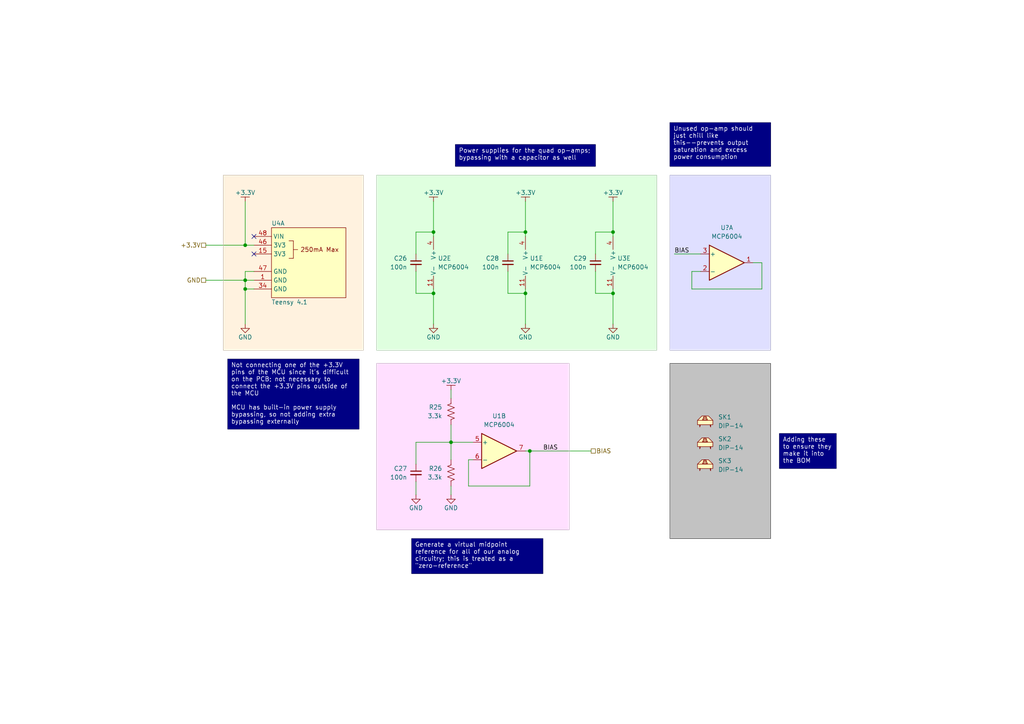
<source format=kicad_sch>
(kicad_sch (version 20230121) (generator eeschema)
  (paper "A4")
  (title_block (title "Digital Audio Effects Processor") (date "2023-11-26") (rev "A") (company "Ishaan Govindarajan"))
  (lib_symbols
    (symbol "Custom-AnalogIC:MCP6004" (pin_names (offset 0.127))
      (property "Reference" "U" (at 0 5.08 0))
      (property "Value" "MCP6004" (at 0 -5.08 0))
      (symbol "MCP6004_1_1"
        (polyline (pts (xy -5.08 5.08) (xy 5.08 0) (xy -5.08 -5.08) (xy -5.08 5.08)) (stroke (width 0.254)) (fill (type background)))
        (pin output line (at 7.62 0 180) (length 2.54) (name "~") (number "1"))
        (pin input line (at -7.62 -2.54 0) (length 2.54) (name "-") (number "2"))
        (pin input line (at -7.62 2.54 0) (length 2.54) (name "+") (number "3"))
      )
      (symbol "MCP6004_2_1"
        (polyline (pts (xy -5.08 5.08) (xy 5.08 0) (xy -5.08 -5.08) (xy -5.08 5.08)) (stroke (width 0.254)) (fill (type background)))
        (pin input line (at -7.62 2.54 0) (length 2.54) (name "+") (number "5"))
        (pin input line (at -7.62 -2.54 0) (length 2.54) (name "-") (number "6"))
        (pin output line (at 7.62 0 180) (length 2.54) (name "~") (number "7"))
      )
      (symbol "MCP6004_3_1"
        (polyline (pts (xy -5.08 5.08) (xy 5.08 0) (xy -5.08 -5.08) (xy -5.08 5.08)) (stroke (width 0.254)) (fill (type background)))
        (pin input line (at -7.62 2.54 0) (length 2.54) (name "+") (number "10"))
        (pin output line (at 7.62 0 180) (length 2.54) (name "~") (number "8"))
        (pin input line (at -7.62 -2.54 0) (length 2.54) (name "-") (number "9"))
      )
      (symbol "MCP6004_4_1"
        (polyline (pts (xy -5.08 5.08) (xy 5.08 0) (xy -5.08 -5.08) (xy -5.08 5.08)) (stroke (width 0.254)) (fill (type background)))
        (pin input line (at -7.62 2.54 0) (length 2.54) (name "+") (number "12"))
        (pin input line (at -7.62 -2.54 0) (length 2.54) (name "-") (number "13"))
        (pin output line (at 7.62 0 180) (length 2.54) (name "~") (number "14"))
      )
      (symbol "MCP6004_5_1"
        (pin power_in line (at -2.54 -7.62 90) (length 3.81) (name "V-") (number "11"))
        (pin power_in line (at -2.54 7.62 270) (length 3.81) (name "V+") (number "4"))
      )
    )
    (symbol "Custom-CapacitorTHT:C317C104K5R5TA" (pin_numbers hide) (pin_names (offset 0.254) hide)
      (property "Reference" "C" (at 0.254 1.778 0))
      (property "Value" "100n" (at 0.254 -2.032 0))
      (symbol "C317C104K5R5TA_0_1"
        (polyline (pts (xy -1.524 -0.508) (xy 1.524 -0.508)) (stroke (width 0.3302)))
        (polyline (pts (xy -1.524 0.508) (xy 1.524 0.508)) (stroke (width 0.3048)))
      )
      (symbol "C317C104K5R5TA_1_1"
        (pin passive line (at 0 2.54 270) (length 2.032) (name "~") (number "1"))
        (pin passive line (at 0 -2.54 90) (length 2.032) (name "~") (number "2"))
      )
    )
    (symbol "Custom-Connector:ICS-314-T" (on_board no)
      (property "Reference" "SK" (at 0 2.54 0))
      (property "Value" "DIP-14" (at 0 -3.175 0))
      (symbol "ICS-314-T_0_1"
        (polyline (pts (xy -1.524 -1.27) (xy -1.524 -1.905)))
        (polyline (pts (xy 0.254 0.635) (xy 0.381 0.127)))
        (polyline (pts (xy 1.651 -1.27) (xy 1.651 -1.905)))
        (polyline (pts (xy -1.524 -1.905) (xy -1.397 -1.651) (xy -1.397 -1.27)))
        (polyline (pts (xy -0.254 0.635) (xy 0.254 0.635) (xy 0.254 1.143)))
        (polyline (pts (xy -0.254 1.143) (xy -0.254 0.635) (xy -0.381 0.127)))
        (polyline (pts (xy 1.651 -1.905) (xy 1.524 -1.651) (xy 1.524 -1.27)))
        (polyline (pts (xy -0.762 0.127) (xy -0.254 1.143) (xy 0.254 1.143) (xy 0.762 0.127) (xy -0.762 0.127)))
      )
      (symbol "ICS-314-T_1_1"
        (polyline (pts (xy -2.159 0) (xy 2.286 0)))
        (polyline (pts (xy -2.159 -1.27) (xy -2.159 0) (xy -0.889 1.27) (xy 1.016 1.27) (xy 2.286 0) (xy 2.286 -1.27) (xy -2.159 -1.27)) (fill (type background)))
      )
    )
    (symbol "Custom-PwrSym:+3.3V" (power) (pin_names (offset 0))
      (property "Value" "+3.3V" (at 0 2.54 0))
      (symbol "+3.3V_0_1"
        (polyline (pts (xy -1.27 1.27) (xy 1.27 1.27)))
        (polyline (pts (xy 0 0) (xy 0 1.27)))
      )
      (symbol "+3.3V_1_1"
        (pin power_in line (at 0 0 90) (length 0) hide (name "+3.3V") (number "1"))
      )
    )
    (symbol "Custom-ResistorTHT:CF14JT3K30" (pin_numbers hide) (pin_names (offset 0))
      (property "Reference" "R" (at 2.54 0 90))
      (property "Value" "3.3k" (at -2.54 0 90))
      (symbol "CF14JT3K30_0_1"
        (polyline (pts (xy 0 -2.286) (xy 0 -2.54)))
        (polyline (pts (xy 0 2.286) (xy 0 2.54)))
        (polyline (pts (xy 0 -0.762) (xy 1.016 -1.143) (xy 0 -1.524) (xy -1.016 -1.905) (xy 0 -2.286)))
        (polyline (pts (xy 0 0.762) (xy 1.016 0.381) (xy 0 0) (xy -1.016 -0.381) (xy 0 -0.762)))
        (polyline (pts (xy 0 2.286) (xy 1.016 1.905) (xy 0 1.524) (xy -1.016 1.143) (xy 0 0.762)))
      )
      (symbol "CF14JT3K30_1_1"
        (pin passive line (at 0 3.81 270) (length 1.27) (name "~") (number "1"))
        (pin passive line (at 0 -3.81 90) (length 1.27) (name "~") (number "2"))
      )
    )
    (symbol "Daughterboards:Teensy_4_1_Basic"
      (property "Reference" "U" (at -13.97 19.05 0))
      (property "Value" "Teensy 4.1" (at 10.16 -19.05 0))
      (symbol "Teensy_4_1_Basic_0_1"
        (rectangle (start -10.16 -7.62) (end -10.16 -7.62))
      )
      (symbol "Teensy_4_1_Basic_1_0"
        (pin power_out line (at -15.24 -5.08 0) (length 5.08) (name "GND") (number "1"))
        (pin power_out line (at -15.24 2.54 0) (length 5.08) (name "3V3") (number "15"))
        (pin power_out line (at -15.24 -7.62 0) (length 5.08) (name "GND") (number "34"))
        (pin power_out line (at -15.24 5.08 0) (length 5.08) (name "3V3") (number "46"))
        (pin power_out line (at -15.24 -2.54 0) (length 5.08) (name "GND") (number "47"))
        (pin power_out line (at -15.24 7.62 0) (length 5.08) (name "VIN") (number "48"))
      )
      (symbol "Teensy_4_1_Basic_1_1"
        (rectangle (start -10.16 10.16) (end 11.43 -10.16) (fill (type background)))
        (polyline (pts (xy -5.08 1.27) (xy -3.81 1.27)))
        (polyline (pts (xy -3.81 3.81) (xy -2.54 3.81)))
        (polyline (pts (xy -3.81 6.35) (xy -5.08 6.35)))
        (polyline (pts (xy -3.81 6.35) (xy -3.81 1.27)))
        (text "250mA Max" (at 3.81 3.81 0) (effects (font (size 1.27 1.27))))
      )
      (symbol "Teensy_4_1_Basic_2_0"
        (pin bidirectional line (at -20.32 -5.08 0) (length 5.08) (name "~PIN_8") (number "10"))
        (pin bidirectional line (at -20.32 -7.62 0) (length 5.08) (name "~PIN_9") (number "11"))
        (pin bidirectional line (at -20.32 -10.16 0) (length 5.08) (name "~PIN_10") (number "12"))
        (pin bidirectional line (at -20.32 -12.7 0) (length 5.08) (name "~PIN_11") (number "13"))
        (pin bidirectional line (at -20.32 -15.24 0) (length 5.08) (name "~PIN_12") (number "14"))
        (pin bidirectional line (at -20.32 15.24 0) (length 5.08) (name "~PIN_0") (number "2"))
        (pin bidirectional line (at 20.32 -12.7 180) (length 5.08) (name "~PIN_13") (number "35"))
        (pin bidirectional line (at 20.32 -10.16 180) (length 5.08) (name "~(A0)PIN_14") (number "36"))
        (pin bidirectional line (at 20.32 -7.62 180) (length 5.08) (name "~(A1)PIN_15") (number "37"))
        (pin bidirectional line (at 20.32 -5.08 180) (length 5.08) (name "(A2)PIN_16") (number "38"))
        (pin bidirectional line (at 20.32 -2.54 180) (length 5.08) (name "(A3)PIN_17") (number "39"))
        (pin bidirectional line (at 20.32 0 180) (length 5.08) (name "(A4)PIN_18") (number "40"))
        (pin bidirectional line (at 20.32 2.54 180) (length 5.08) (name "(A5)PIN_19") (number "41"))
        (pin bidirectional line (at 20.32 5.08 180) (length 5.08) (name "(A6)PIN_20") (number "42"))
        (pin bidirectional line (at 20.32 7.62 180) (length 5.08) (name "(A7)PIN_21") (number "43"))
        (pin bidirectional line (at 20.32 10.16 180) (length 5.08) (name "(A8)PIN_22") (number "44"))
        (pin bidirectional line (at 20.32 12.7 180) (length 5.08) (name "(A9)PIN_23") (number "45"))
        (pin bidirectional line (at -20.32 7.62 0) (length 5.08) (name "~PIN_3") (number "5"))
        (pin bidirectional line (at -20.32 5.08 0) (length 5.08) (name "~PIN_4") (number "6"))
        (pin bidirectional line (at -20.32 2.54 0) (length 5.08) (name "~PIN_5") (number "7"))
        (pin bidirectional line (at -20.32 0 0) (length 5.08) (name "~PIN_6") (number "8"))
        (pin bidirectional line (at -20.32 -2.54 0) (length 5.08) (name "~PIN_7") (number "9"))
      )
      (symbol "Teensy_4_1_Basic_2_1"
        (rectangle (start -15.24 17.78) (end 15.24 -17.78) (fill (type background)))
        (pin bidirectional line (at -20.32 12.7 0) (length 5.08) (name "~PIN_1") (number "3"))
        (pin bidirectional line (at -20.32 10.16 0) (length 5.08) (name "~PIN_2") (number "4"))
      )
      (symbol "Teensy_4_1_Basic_3_0"
        (pin bidirectional line (at -20.32 10.16 0) (length 5.08) (name "~PIN_24(A10)") (number "16"))
        (pin bidirectional line (at -20.32 7.62 0) (length 5.08) (name "~PIN_25(A11)") (number "17"))
        (pin bidirectional line (at -20.32 5.08 0) (length 5.08) (name "PIN_26(A12)") (number "18"))
        (pin bidirectional line (at -20.32 2.54 0) (length 5.08) (name "PIN_27(A13)") (number "19"))
        (pin bidirectional line (at -20.32 0 0) (length 5.08) (name "~PIN_28") (number "20"))
        (pin bidirectional line (at -20.32 -2.54 0) (length 5.08) (name "~PIN_29") (number "21"))
        (pin bidirectional line (at -20.32 -5.08 0) (length 5.08) (name "PIN_30") (number "22"))
        (pin bidirectional line (at -20.32 -7.62 0) (length 5.08) (name "PIN_31") (number "23"))
        (pin bidirectional line (at -20.32 -10.16 0) (length 5.08) (name "PIN_32") (number "24"))
        (pin bidirectional line (at 20.32 -10.16 180) (length 5.08) (name "~PIN_33") (number "25"))
        (pin bidirectional line (at 20.32 -7.62 180) (length 5.08) (name "PIN_34") (number "26"))
        (pin bidirectional line (at 20.32 -5.08 180) (length 5.08) (name "PIN_35") (number "27"))
        (pin bidirectional line (at 20.32 -2.54 180) (length 5.08) (name "~PIN_36") (number "28"))
        (pin bidirectional line (at 20.32 0 180) (length 5.08) (name "~PIN_37") (number "29"))
        (pin bidirectional line (at 20.32 2.54 180) (length 5.08) (name "(A14)PIN_38") (number "30"))
        (pin bidirectional line (at 20.32 5.08 180) (length 5.08) (name "(A15)PIN_39") (number "31"))
        (pin bidirectional line (at 20.32 7.62 180) (length 5.08) (name "(A16)PIN_40") (number "32"))
        (pin bidirectional line (at 20.32 10.16 180) (length 5.08) (name "(A17)PIN_41") (number "33"))
      )
      (symbol "Teensy_4_1_Basic_3_1"
        (rectangle (start -15.24 12.7) (end 15.24 -12.7) (fill (type background)))
      )
    )
    (symbol "power:GND" (power) (pin_names (offset 0))
      (property "Value" "GND" (at 0 -3.81 0))
      (symbol "GND_0_1"
        (polyline (pts (xy 0 0) (xy 0 -1.27) (xy 1.27 -1.27) (xy 0 -2.54) (xy -1.27 -1.27) (xy 0 -1.27)))
      )
      (symbol "GND_1_1"
        (pin power_in line (at 0 0 270) (length 0) hide (name "GND") (number "1"))
      )
    )
  )
  (junction (at 153.67 130.81))
  (junction (at 130.81 128.27))
  (junction (at 71.12 71.12))
  (junction (at 125.73 67.31))
  (junction (at 71.12 83.82))
  (junction (at 152.4 85.09))
  (junction (at 177.8 85.09))
  (junction (at 125.73 85.09))
  (junction (at 71.12 81.28))
  (junction (at 177.8 67.31))
  (junction (at 152.4 67.31))
  (no_connect (at 73.66 73.66))
  (no_connect (at 73.66 68.58))
  (wire (pts (xy 177.8 67.31) (xy 172.72 67.31)))
  (wire (pts (xy 172.72 78.74) (xy 172.72 85.09)))
  (wire (pts (xy 71.12 81.28) (xy 73.66 81.28)))
  (wire (pts (xy 130.81 123.19) (xy 130.81 128.27)))
  (wire (pts (xy 125.73 67.31) (xy 125.73 68.58)))
  (wire (pts (xy 147.32 67.31) (xy 147.32 73.66)))
  (wire (pts (xy 125.73 67.31) (xy 120.65 67.31)))
  (wire (pts (xy 135.89 140.97) (xy 153.67 140.97)))
  (wire (pts (xy 130.81 128.27) (xy 120.65 128.27)))
  (wire (pts (xy 71.12 83.82) (xy 73.66 83.82)))
  (wire (pts (xy 195.58 73.66) (xy 203.2 73.66)))
  (wire (pts (xy 130.81 140.97) (xy 130.81 143.51)))
  (wire (pts (xy 177.8 83.82) (xy 177.8 85.09)))
  (wire (pts (xy 59.69 71.12) (xy 71.12 71.12)))
  (wire (pts (xy 153.67 130.81) (xy 152.4 130.81)))
  (wire (pts (xy 172.72 67.31) (xy 172.72 73.66)))
  (wire (pts (xy 120.65 85.09) (xy 125.73 85.09)))
  (wire (pts (xy 59.69 81.28) (xy 71.12 81.28)))
  (wire (pts (xy 203.2 78.74) (xy 200.66 78.74)))
  (wire (pts (xy 152.4 58.42) (xy 152.4 67.31)))
  (wire (pts (xy 177.8 58.42) (xy 177.8 67.31)))
  (wire (pts (xy 200.66 83.82) (xy 220.98 83.82)))
  (wire (pts (xy 153.67 140.97) (xy 153.67 130.81)))
  (wire (pts (xy 152.4 67.31) (xy 147.32 67.31)))
  (wire (pts (xy 125.73 83.82) (xy 125.73 85.09)))
  (wire (pts (xy 220.98 76.2) (xy 218.44 76.2)))
  (wire (pts (xy 71.12 58.42) (xy 71.12 71.12)))
  (wire (pts (xy 120.65 67.31) (xy 120.65 73.66)))
  (wire (pts (xy 177.8 85.09) (xy 177.8 93.98)))
  (wire (pts (xy 220.98 83.82) (xy 220.98 76.2)))
  (wire (pts (xy 137.16 133.35) (xy 135.89 133.35)))
  (wire (pts (xy 153.67 130.81) (xy 171.45 130.81)))
  (wire (pts (xy 71.12 71.12) (xy 73.66 71.12)))
  (wire (pts (xy 130.81 128.27) (xy 130.81 133.35)))
  (wire (pts (xy 125.73 58.42) (xy 125.73 67.31)))
  (wire (pts (xy 120.65 139.7) (xy 120.65 143.51)))
  (wire (pts (xy 177.8 67.31) (xy 177.8 68.58)))
  (wire (pts (xy 147.32 85.09) (xy 152.4 85.09)))
  (wire (pts (xy 147.32 78.74) (xy 147.32 85.09)))
  (wire (pts (xy 71.12 83.82) (xy 71.12 93.98)))
  (wire (pts (xy 125.73 85.09) (xy 125.73 93.98)))
  (wire (pts (xy 130.81 113.03) (xy 130.81 115.57)))
  (wire (pts (xy 71.12 81.28) (xy 71.12 83.82)))
  (wire (pts (xy 152.4 83.82) (xy 152.4 85.09)))
  (wire (pts (xy 71.12 78.74) (xy 71.12 81.28)))
  (wire (pts (xy 120.65 78.74) (xy 120.65 85.09)))
  (wire (pts (xy 135.89 133.35) (xy 135.89 140.97)))
  (wire (pts (xy 120.65 128.27) (xy 120.65 134.62)))
  (wire (pts (xy 152.4 67.31) (xy 152.4 68.58)))
  (wire (pts (xy 130.81 128.27) (xy 137.16 128.27)))
  (wire (pts (xy 172.72 85.09) (xy 177.8 85.09)))
  (wire (pts (xy 73.66 78.74) (xy 71.12 78.74)))
  (wire (pts (xy 200.66 78.74) (xy 200.66 83.82)))
  (wire (pts (xy 152.4 85.09) (xy 152.4 93.98)))
  (rectangle (start 109.22 105.41) (end 165.1 153.67) (stroke (width 0) (color 200 175 200 1)) (fill (type color) (color 255 223 255 1)))
  (rectangle (start 109.22 50.8) (end 190.5 101.6) (stroke (width 0) (color 175 200 175 1)) (fill (type color) (color 223 255 223 1)))
  (rectangle (start 194.31 50.8) (end 223.52 101.6) (stroke (width 0) (color 175 175 200 1)) (fill (type color) (color 223 223 255 1)))
  (rectangle (start 64.77 50.8) (end 105.41 101.6) (stroke (width 0) (color 200 190 175 1)) (fill (type color) (color 255 242 223 1)))
  (rectangle (start 194.31 105.41) (end 223.52 156.21) (stroke (width 0) (color 72 72 72 1)) (fill (type color) (color 194 194 194 1)))
  (text_box "Power supplies for the quad op-amps; bypassing with a capacitor as well" (at 132.08 41.91 0) (size 40.64 6.35) (stroke (width 0) (color 0 0 72 1)) (fill (type color) (color 0 0 132 1)) (effects (font (size 1.27 1.27)) (justify left top)))
  (text_box "Generate a virtual midpoint reference for all of our analog circuitry; this is treated as a \"zero-reference\"" (at 119.38 156.21 0) (size 38.1 10.16) (stroke (width 0) (color 0 0 72 1)) (fill (type color) (color 0 0 132 1)) (effects (font (size 1.27 1.27)) (justify left top)))
  (text_box "Adding these to ensure they make it into the BOM" (at 226.06 125.73 0) (size 16.51 10.16) (stroke (width 0) (color 0 0 72 1)) (fill (type color) (color 0 0 132 1)) (effects (font (size 1.27 1.27)) (justify left top)))
  (text_box "Unused op-amp should just chill like this--prevents output saturation and excess power consumption" (at 194.31 35.56 0) (size 29.21 12.7) (stroke (width 0) (color 0 0 72 1)) (fill (type color) (color 0 0 132 1)) (effects (font (size 1.27 1.27)) (justify left top)))
  (text_box "Not connecting one of the +3.3V pins of the MCU since it's difficult on the PCB; not necessary to connect the +3.3V pins outside of the MCU\n\nMCU has built-in power supply bypassing, so not adding extra bypassing externally" (at 66.04 104.14 0) (size 38.1 20.32) (stroke (width 0) (color 0 0 72 1)) (fill (type color) (color 0 0 132 1)) (effects (font (size 1.27 1.27)) (justify left top)))
  (label "BIAS" (at 157.48 130.81 0))
  (label "BIAS" (at 195.58 73.66 0))
  (hierarchical_label "+3.3V" (shape passive) (at 59.69 71.12 180))
  (hierarchical_label "GND" (shape passive) (at 59.69 81.28 180))
  (hierarchical_label "BIAS" (shape passive) (at 171.45 130.81 0))
  (symbol (lib_id "Custom-PwrSym:+3.3V") (at 130.81 113.03 0) (unit 1)
    (property "Reference" "#PWR022" (effects hide))
    (property "Value" "+3.3V" (at 130.81 110.49 0))
  )
  (symbol (lib_id "Custom-Connector:ICS-314-T") (at 204.47 134.62 0) (unit 1) (on_board no)
    (property "Reference" "SK3" (at 208.28 133.6675 0) (effects (justify left)))
    (property "Value" "DIP-14" (at 208.28 136.2075 0) (effects (justify left)))
    (property "Datasheet" "https://app.adam-tech.com/products/download/data_sheet/199582/ics-3xx-t-data-sheet.pdf" (effects hide))
    (property "Manufacturer" "Adam Tech" (effects hide))
    (property "Part Number" "ICS-314-T" (effects hide))
  )
  (symbol (lib_id "power:GND") (at 152.4 93.98 0) (unit 1)
    (property "Reference" "#PWR025" (effects hide))
    (property "Value" "GND" (at 152.4 97.79 0))
  )
  (symbol (lib_id "Daughterboards:Teensy_4_1_Basic") (at 88.9 76.2 0) (unit 1)
    (property "Reference" "U4" (at 78.74 64.77 0) (effects (justify left)))
    (property "Value" "Teensy 4.1" (at 78.74 87.63 0) (effects (justify left)))
    (property "Footprint" "Daughterboards:Teensy_4_1_Basic_Socket" (effects hide))
    (property "Datasheet" "https://www.pjrc.com/store/teensy41.html" (effects hide))
    (property "Manufacturer" "SparkFun Electronics" (effects hide))
    (property "Part Number" "DEV-20359" (effects hide))
  )
  (symbol (lib_id "Custom-CapacitorTHT:C317C104K5R5TA") (at 120.65 76.2 0) (unit 1)
    (property "Reference" "C26" (at 118.11 74.9363 0) (effects (justify right)))
    (property "Value" "100n" (at 118.11 77.4763 0) (effects (justify right)))
    (property "Footprint" "Custom-RLC:C_KEMET_C317" (effects hide))
    (property "Datasheet" "https://content.kemet.com/datasheets/KEM_C1050_GOLDMAX_X7R.pdf" (effects hide))
    (property "Manufacturer" "KEMET" (effects hide))
    (property "Part Number" "C317C104K5R5TA" (effects hide))
  )
  (symbol (lib_id "power:GND") (at 71.12 93.98 0) (unit 1)
    (property "Reference" "#PWR018" (effects hide))
    (property "Value" "GND" (at 71.12 97.79 0))
  )
  (symbol (lib_id "power:GND") (at 130.81 143.51 0) (unit 1)
    (property "Reference" "#PWR023" (effects hide))
    (property "Value" "GND" (at 130.81 147.32 0))
  )
  (symbol (lib_id "power:GND") (at 120.65 143.51 0) (unit 1)
    (property "Reference" "#PWR019" (effects hide))
    (property "Value" "GND" (at 120.65 147.32 0))
  )
  (symbol (lib_id "Custom-CapacitorTHT:C317C104K5R5TA") (at 120.65 137.16 0) (unit 1)
    (property "Reference" "C27" (at 118.11 135.8963 0) (effects (justify right)))
    (property "Value" "100n" (at 118.11 138.4363 0) (effects (justify right)))
    (property "Footprint" "Custom-RLC:C_KEMET_C317" (effects hide))
    (property "Datasheet" "https://content.kemet.com/datasheets/KEM_C1050_GOLDMAX_X7R.pdf" (effects hide))
    (property "Manufacturer" "KEMET" (effects hide))
    (property "Part Number" "C317C104K5R5TA" (effects hide))
  )
  (symbol (lib_id "Custom-PwrSym:+3.3V") (at 125.73 58.42 0) (unit 1)
    (property "Reference" "#PWR020" (effects hide))
    (property "Value" "+3.3V" (at 125.73 55.88 0))
  )
  (symbol (lib_id "Custom-PwrSym:+3.3V") (at 152.4 58.42 0) (unit 1)
    (property "Reference" "#PWR024" (effects hide))
    (property "Value" "+3.3V" (at 152.4 55.88 0))
  )
  (symbol (lib_id "Custom-PwrSym:+3.3V") (at 177.8 58.42 0) (unit 1)
    (property "Reference" "#PWR026" (effects hide))
    (property "Value" "+3.3V" (at 177.8 55.88 0))
  )
  (symbol (lib_id "Custom-AnalogIC:MCP6004") (at 128.27 76.2 0) (unit 5)
    (property "Reference" "U2" (at 127 74.93 0) (effects (justify left)))
    (property "Value" "MCP6004" (at 127 77.47 0) (effects (justify left)))
    (property "Footprint" "Custom-IC:DIP-14_W7.62mm_Socket_LongPads_IC" (effects hide))
    (property "Datasheet" "https://ww1.microchip.com/downloads/en/DeviceDoc/MCP6001-1R-1U-2-4-1-MHz-Low-Power-Op-Amp-DS20001733L.pdf" (effects hide))
    (property "Manufacturer" "Microchip Technology" (effects hide))
    (property "Part Number" "MCP6004-I/P" (effects hide))
  )
  (symbol (lib_id "power:GND") (at 177.8 93.98 0) (unit 1)
    (property "Reference" "#PWR027" (effects hide))
    (property "Value" "GND" (at 177.8 97.79 0))
  )
  (symbol (lib_id "Custom-PwrSym:+3.3V") (at 71.12 58.42 0) (unit 1)
    (property "Reference" "#PWR017" (effects hide))
    (property "Value" "+3.3V" (at 71.12 55.88 0))
  )
  (symbol (lib_id "Custom-Connector:ICS-314-T") (at 204.47 121.92 0) (unit 1) (on_board no)
    (property "Reference" "SK1" (at 208.28 120.9675 0) (effects (justify left)))
    (property "Value" "DIP-14" (at 208.28 123.5075 0) (effects (justify left)))
    (property "Datasheet" "https://app.adam-tech.com/products/download/data_sheet/199582/ics-3xx-t-data-sheet.pdf" (effects hide))
    (property "Manufacturer" "Adam Tech" (effects hide))
    (property "Part Number" "ICS-314-T" (effects hide))
  )
  (symbol (lib_id "Custom-CapacitorTHT:C317C104K5R5TA") (at 172.72 76.2 0) (unit 1)
    (property "Reference" "C29" (at 170.18 74.9363 0) (effects (justify right)))
    (property "Value" "100n" (at 170.18 77.4763 0) (effects (justify right)))
    (property "Footprint" "Custom-RLC:C_KEMET_C317" (effects hide))
    (property "Datasheet" "https://content.kemet.com/datasheets/KEM_C1050_GOLDMAX_X7R.pdf" (effects hide))
    (property "Manufacturer" "KEMET" (effects hide))
    (property "Part Number" "C317C104K5R5TA" (effects hide))
  )
  (symbol (lib_id "Custom-AnalogIC:MCP6004") (at 180.34 76.2 0) (unit 5)
    (property "Reference" "U3" (at 179.07 74.93 0) (effects (justify left)))
    (property "Value" "MCP6004" (at 179.07 77.47 0) (effects (justify left)))
    (property "Footprint" "Custom-IC:DIP-14_W7.62mm_Socket_LongPads_IC" (effects hide))
    (property "Datasheet" "https://ww1.microchip.com/downloads/en/DeviceDoc/MCP6001-1R-1U-2-4-1-MHz-Low-Power-Op-Amp-DS20001733L.pdf" (effects hide))
    (property "Manufacturer" "Microchip Technology" (effects hide))
    (property "Part Number" "MCP6004-I/P" (effects hide))
  )
  (symbol (lib_id "Custom-Connector:ICS-314-T") (at 204.47 128.27 0) (unit 1) (on_board no)
    (property "Reference" "SK2" (at 208.28 127.3175 0) (effects (justify left)))
    (property "Value" "DIP-14" (at 208.28 129.8575 0) (effects (justify left)))
    (property "Datasheet" "https://app.adam-tech.com/products/download/data_sheet/199582/ics-3xx-t-data-sheet.pdf" (effects hide))
    (property "Manufacturer" "Adam Tech" (effects hide))
    (property "Part Number" "ICS-314-T" (effects hide))
  )
  (symbol (lib_id "Custom-ResistorTHT:CF14JT3K30") (at 130.81 137.16 0) (mirror x) (unit 1)
    (property "Reference" "R26" (at 128.27 135.89 0) (effects (justify right)))
    (property "Value" "3.3k" (at 128.27 138.43 0) (effects (justify right)))
    (property "Footprint" "Resistor_THT:R_Axial_DIN0207_L6.3mm_D2.5mm_P10.16mm_Horizontal" (effects hide))
    (property "Datasheet" "https://www.seielect.com/catalog/sei-cf_cfm.pdf" (effects hide))
    (property "Manufacturer" "Stackpole Electronics Inc" (effects hide))
    (property "Part Number" "CF14JT3K30" (effects hide))
  )
  (symbol (lib_id "Custom-AnalogIC:MCP6004") (at 154.94 76.2 0) (unit 5)
    (property "Reference" "U1" (at 153.67 74.93 0) (effects (justify left)))
    (property "Value" "MCP6004" (at 153.67 77.47 0) (effects (justify left)))
    (property "Footprint" "Custom-IC:DIP-14_W7.62mm_Socket_LongPads_IC" (effects hide))
    (property "Datasheet" "https://ww1.microchip.com/downloads/en/DeviceDoc/MCP6001-1R-1U-2-4-1-MHz-Low-Power-Op-Amp-DS20001733L.pdf" (effects hide))
    (property "Manufacturer" "Microchip Technology" (effects hide))
    (property "Part Number" "MCP6004-I/P" (effects hide))
  )
  (symbol (lib_id "Custom-ResistorTHT:CF14JT3K30") (at 130.81 119.38 0) (mirror x) (unit 1)
    (property "Reference" "R25" (at 128.27 118.11 0) (effects (justify right)))
    (property "Value" "3.3k" (at 128.27 120.65 0) (effects (justify right)))
    (property "Footprint" "Resistor_THT:R_Axial_DIN0207_L6.3mm_D2.5mm_P10.16mm_Horizontal" (effects hide))
    (property "Datasheet" "https://www.seielect.com/catalog/sei-cf_cfm.pdf" (effects hide))
    (property "Manufacturer" "Stackpole Electronics Inc" (effects hide))
    (property "Part Number" "CF14JT3K30" (effects hide))
  )
  (symbol (lib_id "Custom-CapacitorTHT:C317C104K5R5TA") (at 147.32 76.2 0) (unit 1)
    (property "Reference" "C28" (at 144.78 74.9363 0) (effects (justify right)))
    (property "Value" "100n" (at 144.78 77.4763 0) (effects (justify right)))
    (property "Footprint" "Custom-RLC:C_KEMET_C317" (effects hide))
    (property "Datasheet" "https://content.kemet.com/datasheets/KEM_C1050_GOLDMAX_X7R.pdf" (effects hide))
    (property "Manufacturer" "KEMET" (effects hide))
    (property "Part Number" "C317C104K5R5TA" (effects hide))
  )
  (symbol (lib_id "Custom-AnalogIC:MCP6004") (at 144.78 130.81 0) (unit 2)
    (property "Reference" "U1" (at 144.78 120.65 0))
    (property "Value" "MCP6004" (at 144.78 123.19 0))
    (property "Footprint" "Custom-IC:DIP-14_W7.62mm_Socket_LongPads_IC" (effects hide))
    (property "Datasheet" "https://ww1.microchip.com/downloads/en/DeviceDoc/MCP6001-1R-1U-2-4-1-MHz-Low-Power-Op-Amp-DS20001733L.pdf" (effects hide))
    (property "Manufacturer" "Microchip Technology" (effects hide))
    (property "Part Number" "MCP6004-I/P" (effects hide))
  )
  (symbol (lib_id "Custom-AnalogIC:MCP6004") (at 210.82 76.2 0) (unit 1)
    (property "Reference" "U?" (at 210.82 66.04 0))
    (property "Value" "MCP6004" (at 210.82 68.58 0))
    (property "Footprint" "Custom-IC:DIP-14_W7.62mm_Socket_LongPads_IC" (effects hide))
    (property "Datasheet" "https://ww1.microchip.com/downloads/en/DeviceDoc/MCP6001-1R-1U-2-4-1-MHz-Low-Power-Op-Amp-DS20001733L.pdf" (effects hide))
    (property "Manufacturer" "Microchip Technology" (effects hide))
    (property "Part Number" "MCP6004-I/P" (effects hide))
    (instances (project "Amplifier Hardware RevB" (path "" (reference "U?") (unit 1)) (path "" (reference "U?") (unit 3)) (path "" (reference "U3") (unit 2))))
  )
  (symbol (lib_id "power:GND") (at 125.73 93.98 0) (unit 1)
    (property "Reference" "#PWR021" (effects hide))
    (property "Value" "GND" (at 125.73 97.79 0))
  )
)
</source>
